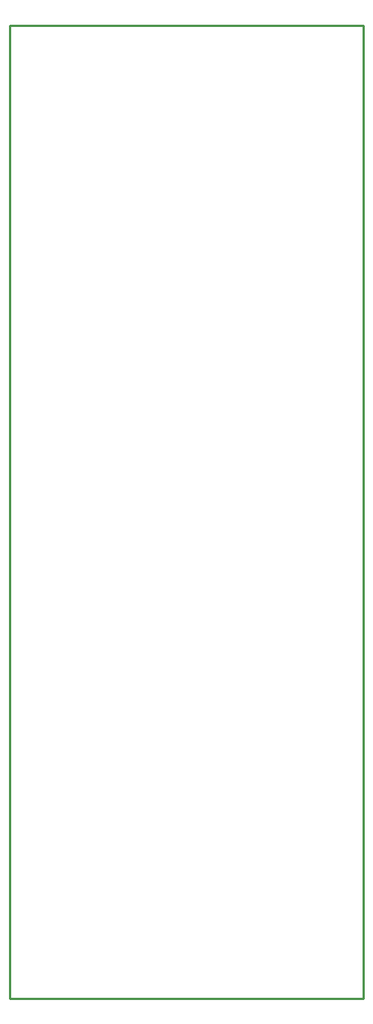
<source format=gko>
G04 Layer: BoardOutlineLayer*
G04 EasyEDA Pro v2.2.43.4, 2025-11-30 00:10:42*
G04 Gerber Generator version 0.3*
G04 Scale: 100 percent, Rotated: No, Reflected: No*
G04 Dimensions in millimeters*
G04 Leading zeros omitted, absolute positions, 4 integers and 5 decimals*
G04 Generated by custom config*
%FSLAX45Y45*%
%MOMM*%
%ADD10C,0.254*%
%ADD11C,0.9753*%
G75*


G04 Rect Start*
G54D10*
G01X0Y0D02*
G01X0Y11000000D01*
G01X4000000Y11000000D01*
G01X4000000Y0D01*
G01X0Y0D01*
G04 Rect End*

M02*


</source>
